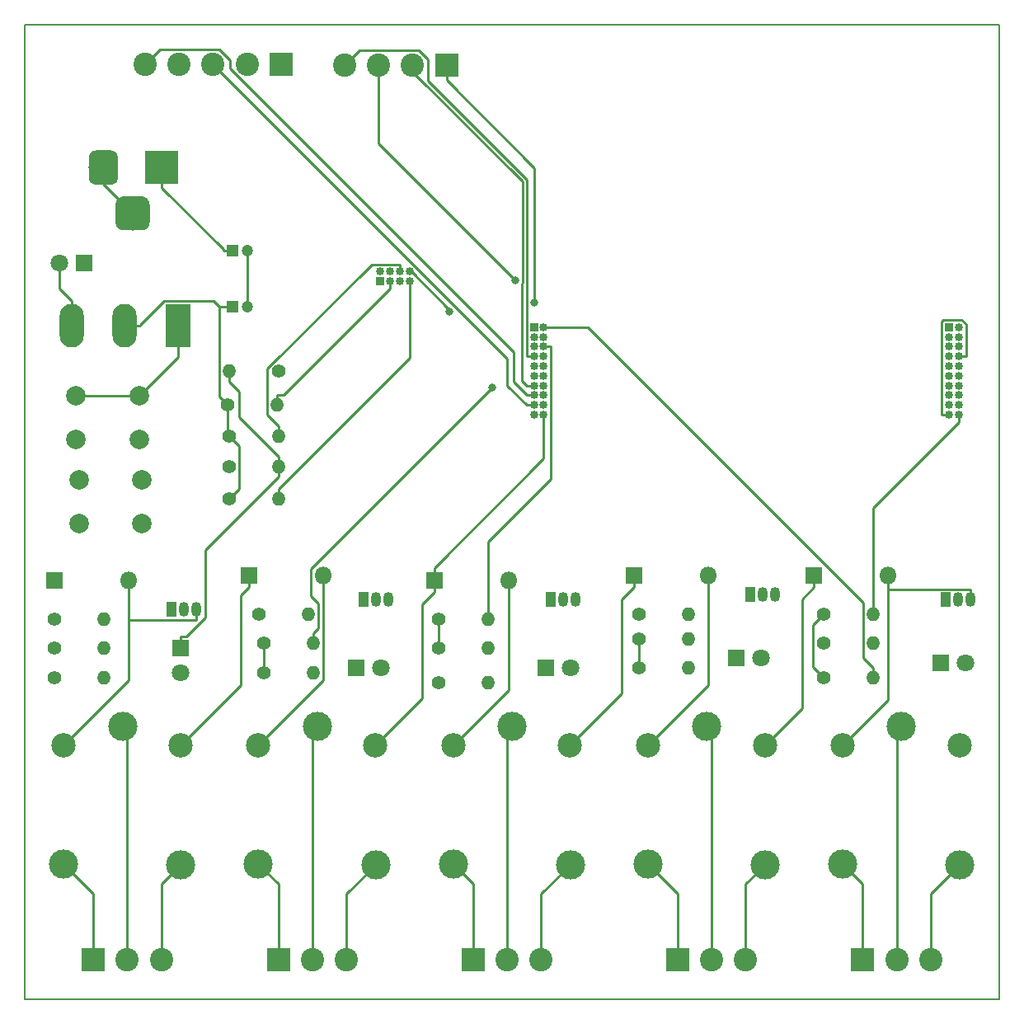
<source format=gbr>
G04 #@! TF.GenerationSoftware,KiCad,Pcbnew,5.0.2-bee76a0~70~ubuntu18.04.1*
G04 #@! TF.CreationDate,2019-05-18T20:43:57+03:00*
G04 #@! TF.ProjectId,IOT_Board,494f545f-426f-4617-9264-2e6b69636164,rev?*
G04 #@! TF.SameCoordinates,Original*
G04 #@! TF.FileFunction,Copper,L1,Top*
G04 #@! TF.FilePolarity,Positive*
%FSLAX46Y46*%
G04 Gerber Fmt 4.6, Leading zero omitted, Abs format (unit mm)*
G04 Created by KiCad (PCBNEW 5.0.2-bee76a0~70~ubuntu18.04.1) date Sat 18 May 2019 08:43:57 PM EAT*
%MOMM*%
%LPD*%
G01*
G04 APERTURE LIST*
G04 #@! TA.AperFunction,NonConductor*
%ADD10C,0.150000*%
G04 #@! TD*
G04 #@! TA.AperFunction,ComponentPad*
%ADD11R,1.200000X1.200000*%
G04 #@! TD*
G04 #@! TA.AperFunction,ComponentPad*
%ADD12C,1.200000*%
G04 #@! TD*
G04 #@! TA.AperFunction,ComponentPad*
%ADD13R,1.800000X1.800000*%
G04 #@! TD*
G04 #@! TA.AperFunction,ComponentPad*
%ADD14O,1.800000X1.800000*%
G04 #@! TD*
G04 #@! TA.AperFunction,ComponentPad*
%ADD15C,1.800000*%
G04 #@! TD*
G04 #@! TA.AperFunction,ComponentPad*
%ADD16R,3.500000X3.500000*%
G04 #@! TD*
G04 #@! TA.AperFunction,Conductor*
%ADD17C,0.100000*%
G04 #@! TD*
G04 #@! TA.AperFunction,ComponentPad*
%ADD18C,3.000000*%
G04 #@! TD*
G04 #@! TA.AperFunction,ComponentPad*
%ADD19C,3.500000*%
G04 #@! TD*
G04 #@! TA.AperFunction,ComponentPad*
%ADD20C,2.400000*%
G04 #@! TD*
G04 #@! TA.AperFunction,ComponentPad*
%ADD21R,2.400000X2.400000*%
G04 #@! TD*
G04 #@! TA.AperFunction,ComponentPad*
%ADD22R,0.850000X0.850000*%
G04 #@! TD*
G04 #@! TA.AperFunction,ComponentPad*
%ADD23O,0.850000X0.850000*%
G04 #@! TD*
G04 #@! TA.AperFunction,ComponentPad*
%ADD24O,1.050000X1.500000*%
G04 #@! TD*
G04 #@! TA.AperFunction,ComponentPad*
%ADD25R,1.050000X1.500000*%
G04 #@! TD*
G04 #@! TA.AperFunction,ComponentPad*
%ADD26O,1.400000X1.400000*%
G04 #@! TD*
G04 #@! TA.AperFunction,ComponentPad*
%ADD27C,1.400000*%
G04 #@! TD*
G04 #@! TA.AperFunction,ComponentPad*
%ADD28R,2.500000X4.500000*%
G04 #@! TD*
G04 #@! TA.AperFunction,ComponentPad*
%ADD29O,2.500000X4.500000*%
G04 #@! TD*
G04 #@! TA.AperFunction,ComponentPad*
%ADD30C,2.500000*%
G04 #@! TD*
G04 #@! TA.AperFunction,ComponentPad*
%ADD31C,2.000000*%
G04 #@! TD*
G04 #@! TA.AperFunction,ViaPad*
%ADD32C,0.800000*%
G04 #@! TD*
G04 #@! TA.AperFunction,Conductor*
%ADD33C,0.250000*%
G04 #@! TD*
G04 APERTURE END LIST*
D10*
X70000000Y-50000000D02*
X70000000Y-150000000D01*
X170000000Y-50000000D02*
X70000000Y-50000000D01*
X170000000Y-150000000D02*
X170000000Y-50000000D01*
X70000000Y-150000000D02*
X170000000Y-150000000D01*
D11*
G04 #@! TO.P,Cin1,1*
G04 #@! TO.N,/vcc5v*
X91290000Y-73170000D03*
D12*
G04 #@! TO.P,Cin1,2*
G04 #@! TO.N,GND*
X92790000Y-73170000D03*
G04 #@! TD*
G04 #@! TO.P,Cout1,2*
G04 #@! TO.N,GND*
X92790000Y-78930000D03*
D11*
G04 #@! TO.P,Cout1,1*
G04 #@! TO.N,/vcc3v3*
X91290000Y-78930000D03*
G04 #@! TD*
D13*
G04 #@! TO.P,D1,1*
G04 #@! TO.N,/vcc5v*
X73000000Y-107000000D03*
D14*
G04 #@! TO.P,D1,2*
G04 #@! TO.N,Net-(D1-Pad2)*
X80620000Y-107000000D03*
G04 #@! TD*
D13*
G04 #@! TO.P,D2,1*
G04 #@! TO.N,GND*
X86000000Y-114000000D03*
D15*
G04 #@! TO.P,D2,2*
G04 #@! TO.N,Net-(D2-Pad2)*
X86000000Y-116540000D03*
G04 #@! TD*
D13*
G04 #@! TO.P,D3,1*
G04 #@! TO.N,/vcc5v*
X93000000Y-106500000D03*
D14*
G04 #@! TO.P,D3,2*
G04 #@! TO.N,Net-(D3-Pad2)*
X100620000Y-106500000D03*
G04 #@! TD*
D15*
G04 #@! TO.P,D4,2*
G04 #@! TO.N,Net-(D4-Pad2)*
X106540000Y-116000000D03*
D13*
G04 #@! TO.P,D4,1*
G04 #@! TO.N,GND*
X104000000Y-116000000D03*
G04 #@! TD*
D15*
G04 #@! TO.P,D5,2*
G04 #@! TO.N,/vcc5v*
X73520000Y-74470000D03*
D13*
G04 #@! TO.P,D5,1*
G04 #@! TO.N,Net-(D5-Pad1)*
X76060000Y-74470000D03*
G04 #@! TD*
D14*
G04 #@! TO.P,D6,2*
G04 #@! TO.N,Net-(D6-Pad2)*
X119620000Y-107000000D03*
D13*
G04 #@! TO.P,D6,1*
G04 #@! TO.N,/vcc5v*
X112000000Y-107000000D03*
G04 #@! TD*
G04 #@! TO.P,D7,1*
G04 #@! TO.N,GND*
X123500000Y-116000000D03*
D15*
G04 #@! TO.P,D7,2*
G04 #@! TO.N,Net-(D7-Pad2)*
X126040000Y-116000000D03*
G04 #@! TD*
D14*
G04 #@! TO.P,D8,2*
G04 #@! TO.N,Net-(D8-Pad2)*
X140120000Y-106500000D03*
D13*
G04 #@! TO.P,D8,1*
G04 #@! TO.N,/vcc5v*
X132500000Y-106500000D03*
G04 #@! TD*
G04 #@! TO.P,D9,1*
G04 #@! TO.N,GND*
X143000000Y-115000000D03*
D15*
G04 #@! TO.P,D9,2*
G04 #@! TO.N,Net-(D9-Pad2)*
X145540000Y-115000000D03*
G04 #@! TD*
D13*
G04 #@! TO.P,D10,1*
G04 #@! TO.N,/vcc5v*
X151000000Y-106500000D03*
D14*
G04 #@! TO.P,D10,2*
G04 #@! TO.N,Net-(D10-Pad2)*
X158620000Y-106500000D03*
G04 #@! TD*
D15*
G04 #@! TO.P,D11,2*
G04 #@! TO.N,Net-(D11-Pad2)*
X166540000Y-115500000D03*
D13*
G04 #@! TO.P,D11,1*
G04 #@! TO.N,GND*
X164000000Y-115500000D03*
G04 #@! TD*
D16*
G04 #@! TO.P,DCjack1,1*
G04 #@! TO.N,/vcc5v*
X84040000Y-64620000D03*
D17*
G04 #@! TD*
G04 #@! TO.N,GND*
G04 #@! TO.C,DCjack1*
G36*
X78863513Y-62873611D02*
X78936318Y-62884411D01*
X79007714Y-62902295D01*
X79077013Y-62927090D01*
X79143548Y-62958559D01*
X79206678Y-62996398D01*
X79265795Y-63040242D01*
X79320330Y-63089670D01*
X79369758Y-63144205D01*
X79413602Y-63203322D01*
X79451441Y-63266452D01*
X79482910Y-63332987D01*
X79507705Y-63402286D01*
X79525589Y-63473682D01*
X79536389Y-63546487D01*
X79540000Y-63620000D01*
X79540000Y-65620000D01*
X79536389Y-65693513D01*
X79525589Y-65766318D01*
X79507705Y-65837714D01*
X79482910Y-65907013D01*
X79451441Y-65973548D01*
X79413602Y-66036678D01*
X79369758Y-66095795D01*
X79320330Y-66150330D01*
X79265795Y-66199758D01*
X79206678Y-66243602D01*
X79143548Y-66281441D01*
X79077013Y-66312910D01*
X79007714Y-66337705D01*
X78936318Y-66355589D01*
X78863513Y-66366389D01*
X78790000Y-66370000D01*
X77290000Y-66370000D01*
X77216487Y-66366389D01*
X77143682Y-66355589D01*
X77072286Y-66337705D01*
X77002987Y-66312910D01*
X76936452Y-66281441D01*
X76873322Y-66243602D01*
X76814205Y-66199758D01*
X76759670Y-66150330D01*
X76710242Y-66095795D01*
X76666398Y-66036678D01*
X76628559Y-65973548D01*
X76597090Y-65907013D01*
X76572295Y-65837714D01*
X76554411Y-65766318D01*
X76543611Y-65693513D01*
X76540000Y-65620000D01*
X76540000Y-63620000D01*
X76543611Y-63546487D01*
X76554411Y-63473682D01*
X76572295Y-63402286D01*
X76597090Y-63332987D01*
X76628559Y-63266452D01*
X76666398Y-63203322D01*
X76710242Y-63144205D01*
X76759670Y-63089670D01*
X76814205Y-63040242D01*
X76873322Y-62996398D01*
X76936452Y-62958559D01*
X77002987Y-62927090D01*
X77072286Y-62902295D01*
X77143682Y-62884411D01*
X77216487Y-62873611D01*
X77290000Y-62870000D01*
X78790000Y-62870000D01*
X78863513Y-62873611D01*
X78863513Y-62873611D01*
G37*
D18*
G04 #@! TO.P,DCjack1,2*
G04 #@! TO.N,GND*
X78040000Y-64620000D03*
D17*
G04 #@! TD*
G04 #@! TO.N,GND*
G04 #@! TO.C,DCjack1*
G36*
X82000765Y-67574213D02*
X82085704Y-67586813D01*
X82168999Y-67607677D01*
X82249848Y-67636605D01*
X82327472Y-67673319D01*
X82401124Y-67717464D01*
X82470094Y-67768616D01*
X82533718Y-67826282D01*
X82591384Y-67889906D01*
X82642536Y-67958876D01*
X82686681Y-68032528D01*
X82723395Y-68110152D01*
X82752323Y-68191001D01*
X82773187Y-68274296D01*
X82785787Y-68359235D01*
X82790000Y-68445000D01*
X82790000Y-70195000D01*
X82785787Y-70280765D01*
X82773187Y-70365704D01*
X82752323Y-70448999D01*
X82723395Y-70529848D01*
X82686681Y-70607472D01*
X82642536Y-70681124D01*
X82591384Y-70750094D01*
X82533718Y-70813718D01*
X82470094Y-70871384D01*
X82401124Y-70922536D01*
X82327472Y-70966681D01*
X82249848Y-71003395D01*
X82168999Y-71032323D01*
X82085704Y-71053187D01*
X82000765Y-71065787D01*
X81915000Y-71070000D01*
X80165000Y-71070000D01*
X80079235Y-71065787D01*
X79994296Y-71053187D01*
X79911001Y-71032323D01*
X79830152Y-71003395D01*
X79752528Y-70966681D01*
X79678876Y-70922536D01*
X79609906Y-70871384D01*
X79546282Y-70813718D01*
X79488616Y-70750094D01*
X79437464Y-70681124D01*
X79393319Y-70607472D01*
X79356605Y-70529848D01*
X79327677Y-70448999D01*
X79306813Y-70365704D01*
X79294213Y-70280765D01*
X79290000Y-70195000D01*
X79290000Y-68445000D01*
X79294213Y-68359235D01*
X79306813Y-68274296D01*
X79327677Y-68191001D01*
X79356605Y-68110152D01*
X79393319Y-68032528D01*
X79437464Y-67958876D01*
X79488616Y-67889906D01*
X79546282Y-67826282D01*
X79609906Y-67768616D01*
X79678876Y-67717464D01*
X79752528Y-67673319D01*
X79830152Y-67636605D01*
X79911001Y-67607677D01*
X79994296Y-67586813D01*
X80079235Y-67574213D01*
X80165000Y-67570000D01*
X81915000Y-67570000D01*
X82000765Y-67574213D01*
X82000765Y-67574213D01*
G37*
D19*
G04 #@! TO.P,DCjack1,3*
G04 #@! TO.N,GND*
X81040000Y-69320000D03*
G04 #@! TD*
D20*
G04 #@! TO.P,J1,3*
G04 #@! TO.N,Net-(J1-Pad3)*
X84000000Y-146000000D03*
G04 #@! TO.P,J1,2*
G04 #@! TO.N,Net-(J1-Pad2)*
X80500000Y-146000000D03*
D21*
G04 #@! TO.P,J1,1*
G04 #@! TO.N,Net-(J1-Pad1)*
X77000000Y-146000000D03*
G04 #@! TD*
G04 #@! TO.P,J2,1*
G04 #@! TO.N,Net-(J2-Pad1)*
X96000000Y-146000000D03*
D20*
G04 #@! TO.P,J2,2*
G04 #@! TO.N,Net-(J2-Pad2)*
X99500000Y-146000000D03*
G04 #@! TO.P,J2,3*
G04 #@! TO.N,Net-(J2-Pad3)*
X103000000Y-146000000D03*
G04 #@! TD*
D22*
G04 #@! TO.P,J3,1*
G04 #@! TO.N,/vcc3v3*
X122254000Y-81020700D03*
D23*
G04 #@! TO.P,J3,2*
G04 #@! TO.N,/s2*
X123254000Y-81020700D03*
G04 #@! TO.P,J3,3*
G04 #@! TO.N,/tx*
X122254000Y-82020700D03*
G04 #@! TO.P,J3,4*
G04 #@! TO.N,/rx*
X123254000Y-82020700D03*
G04 #@! TO.P,J3,5*
G04 #@! TO.N,/s3*
X122254000Y-83020700D03*
G04 #@! TO.P,J3,6*
G04 #@! TO.N,/s4*
X123254000Y-83020700D03*
G04 #@! TO.P,J3,7*
G04 #@! TO.N,/an10*
X122254000Y-84020700D03*
G04 #@! TO.P,J3,8*
G04 #@! TO.N,Net-(J3-Pad8)*
X123254000Y-84020700D03*
G04 #@! TO.P,J3,9*
G04 #@! TO.N,Net-(J3-Pad9)*
X122254000Y-85020700D03*
G04 #@! TO.P,J3,10*
G04 #@! TO.N,Net-(J3-Pad10)*
X123254000Y-85020700D03*
G04 #@! TO.P,J3,11*
G04 #@! TO.N,Net-(J3-Pad11)*
X122254000Y-86020700D03*
G04 #@! TO.P,J3,12*
G04 #@! TO.N,/an0*
X123254000Y-86020700D03*
G04 #@! TO.P,J3,13*
G04 #@! TO.N,/an1*
X122254000Y-87020700D03*
G04 #@! TO.P,J3,14*
G04 #@! TO.N,/an2*
X123254000Y-87020700D03*
G04 #@! TO.P,J3,15*
G04 #@! TO.N,/ch4*
X122254000Y-88020700D03*
G04 #@! TO.P,J3,16*
G04 #@! TO.N,/ch3*
X123254000Y-88020700D03*
G04 #@! TO.P,J3,17*
G04 #@! TO.N,/ch2*
X122254000Y-89020700D03*
G04 #@! TO.P,J3,18*
G04 #@! TO.N,/ch1*
X123254000Y-89020700D03*
G04 #@! TO.P,J3,19*
G04 #@! TO.N,GND*
X122254000Y-90020700D03*
G04 #@! TO.P,J3,20*
G04 #@! TO.N,/vcc5v*
X123254000Y-90020700D03*
G04 #@! TD*
G04 #@! TO.P,J4,20*
G04 #@! TO.N,GND*
X165864000Y-90020700D03*
G04 #@! TO.P,J4,19*
G04 #@! TO.N,/s0*
X164864000Y-90020700D03*
G04 #@! TO.P,J4,18*
G04 #@! TO.N,/s1*
X165864000Y-89020700D03*
G04 #@! TO.P,J4,17*
G04 #@! TO.N,Net-(J4-Pad17)*
X164864000Y-89020700D03*
G04 #@! TO.P,J4,16*
G04 #@! TO.N,Net-(J4-Pad16)*
X165864000Y-88020700D03*
G04 #@! TO.P,J4,15*
G04 #@! TO.N,Net-(J4-Pad15)*
X164864000Y-88020700D03*
G04 #@! TO.P,J4,14*
G04 #@! TO.N,Net-(J4-Pad14)*
X165864000Y-87020700D03*
G04 #@! TO.P,J4,13*
G04 #@! TO.N,/ch0*
X164864000Y-87020700D03*
G04 #@! TO.P,J4,12*
G04 #@! TO.N,Net-(J4-Pad12)*
X165864000Y-86020700D03*
G04 #@! TO.P,J4,11*
G04 #@! TO.N,Net-(J4-Pad11)*
X164864000Y-86020700D03*
G04 #@! TO.P,J4,10*
G04 #@! TO.N,Net-(J4-Pad10)*
X165864000Y-85020700D03*
G04 #@! TO.P,J4,9*
G04 #@! TO.N,Net-(J4-Pad9)*
X164864000Y-85020700D03*
G04 #@! TO.P,J4,8*
G04 #@! TO.N,/s0*
X165864000Y-84020700D03*
G04 #@! TO.P,J4,7*
G04 #@! TO.N,Net-(J4-Pad7)*
X164864000Y-84020700D03*
G04 #@! TO.P,J4,6*
G04 #@! TO.N,Net-(J4-Pad6)*
X165864000Y-83020700D03*
G04 #@! TO.P,J4,5*
G04 #@! TO.N,Net-(J4-Pad5)*
X164864000Y-83020700D03*
G04 #@! TO.P,J4,4*
G04 #@! TO.N,Net-(J4-Pad4)*
X165864000Y-82020700D03*
G04 #@! TO.P,J4,3*
G04 #@! TO.N,Net-(J4-Pad3)*
X164864000Y-82020700D03*
G04 #@! TO.P,J4,2*
G04 #@! TO.N,Net-(J4-Pad2)*
X165864000Y-81020700D03*
D22*
G04 #@! TO.P,J4,1*
G04 #@! TO.N,Net-(J4-Pad1)*
X164864000Y-81020700D03*
G04 #@! TD*
D20*
G04 #@! TO.P,J5,3*
G04 #@! TO.N,Net-(J5-Pad3)*
X123000000Y-146000000D03*
G04 #@! TO.P,J5,2*
G04 #@! TO.N,Net-(J5-Pad2)*
X119500000Y-146000000D03*
D21*
G04 #@! TO.P,J5,1*
G04 #@! TO.N,Net-(J5-Pad1)*
X116000000Y-146000000D03*
G04 #@! TD*
G04 #@! TO.P,J6,1*
G04 #@! TO.N,Net-(J6-Pad1)*
X137000000Y-146000000D03*
D20*
G04 #@! TO.P,J6,2*
G04 #@! TO.N,Net-(J6-Pad2)*
X140500000Y-146000000D03*
G04 #@! TO.P,J6,3*
G04 #@! TO.N,Net-(J6-Pad3)*
X144000000Y-146000000D03*
G04 #@! TD*
D21*
G04 #@! TO.P,J7,1*
G04 #@! TO.N,/ch0*
X96300000Y-54040000D03*
D20*
G04 #@! TO.P,J7,2*
G04 #@! TO.N,/ch1*
X92800000Y-54040000D03*
G04 #@! TO.P,J7,3*
G04 #@! TO.N,/ch2*
X89300000Y-54040000D03*
G04 #@! TO.P,J7,4*
G04 #@! TO.N,/ch3*
X85800000Y-54040000D03*
G04 #@! TO.P,J7,5*
G04 #@! TO.N,/ch4*
X82300000Y-54040000D03*
G04 #@! TD*
D21*
G04 #@! TO.P,J8,1*
G04 #@! TO.N,Net-(J8-Pad1)*
X156000000Y-146000000D03*
D20*
G04 #@! TO.P,J8,2*
G04 #@! TO.N,Net-(J8-Pad2)*
X159500000Y-146000000D03*
G04 #@! TO.P,J8,3*
G04 #@! TO.N,Net-(J8-Pad3)*
X163000000Y-146000000D03*
G04 #@! TD*
D21*
G04 #@! TO.P,J9,1*
G04 #@! TO.N,/an0*
X113280000Y-54140000D03*
D20*
G04 #@! TO.P,J9,2*
G04 #@! TO.N,/an1*
X109780000Y-54140000D03*
G04 #@! TO.P,J9,3*
G04 #@! TO.N,/an2*
X106280000Y-54140000D03*
G04 #@! TO.P,J9,4*
G04 #@! TO.N,/an10*
X102780000Y-54140000D03*
G04 #@! TD*
D22*
G04 #@! TO.P,J10,1*
G04 #@! TO.N,GND*
X106490000Y-76320000D03*
D23*
G04 #@! TO.P,J10,2*
G04 #@! TO.N,Net-(J10-Pad2)*
X106490000Y-75320000D03*
G04 #@! TO.P,J10,3*
G04 #@! TO.N,/io0*
X107490000Y-76320000D03*
G04 #@! TO.P,J10,4*
G04 #@! TO.N,/rx*
X107490000Y-75320000D03*
G04 #@! TO.P,J10,5*
G04 #@! TO.N,/vcc3v3*
X108490000Y-76320000D03*
G04 #@! TO.P,J10,6*
G04 #@! TO.N,/rs*
X108490000Y-75320000D03*
G04 #@! TO.P,J10,7*
G04 #@! TO.N,/en*
X109490000Y-76320000D03*
G04 #@! TO.P,J10,8*
G04 #@! TO.N,/tx*
X109490000Y-75320000D03*
G04 #@! TD*
D24*
G04 #@! TO.P,Q1,2*
G04 #@! TO.N,Net-(Q1-Pad2)*
X86270000Y-110000000D03*
G04 #@! TO.P,Q1,3*
G04 #@! TO.N,Net-(D1-Pad2)*
X87540000Y-110000000D03*
D25*
G04 #@! TO.P,Q1,1*
G04 #@! TO.N,Net-(Q1-Pad1)*
X85000000Y-110000000D03*
G04 #@! TD*
D24*
G04 #@! TO.P,Q2,2*
G04 #@! TO.N,Net-(Q2-Pad2)*
X106000000Y-109000000D03*
G04 #@! TO.P,Q2,3*
G04 #@! TO.N,Net-(D3-Pad2)*
X107270000Y-109000000D03*
D25*
G04 #@! TO.P,Q2,1*
G04 #@! TO.N,Net-(Q2-Pad1)*
X104730000Y-109000000D03*
G04 #@! TD*
G04 #@! TO.P,Q3,1*
G04 #@! TO.N,Net-(Q3-Pad1)*
X124000000Y-109000000D03*
D24*
G04 #@! TO.P,Q3,3*
G04 #@! TO.N,Net-(D6-Pad2)*
X126540000Y-109000000D03*
G04 #@! TO.P,Q3,2*
G04 #@! TO.N,Net-(Q3-Pad2)*
X125270000Y-109000000D03*
G04 #@! TD*
D25*
G04 #@! TO.P,Q4,1*
G04 #@! TO.N,Net-(Q4-Pad1)*
X144500000Y-108500000D03*
D24*
G04 #@! TO.P,Q4,3*
G04 #@! TO.N,Net-(D8-Pad2)*
X147040000Y-108500000D03*
G04 #@! TO.P,Q4,2*
G04 #@! TO.N,Net-(Q4-Pad2)*
X145770000Y-108500000D03*
G04 #@! TD*
G04 #@! TO.P,Q5,2*
G04 #@! TO.N,Net-(Q5-Pad2)*
X165770000Y-109000000D03*
G04 #@! TO.P,Q5,3*
G04 #@! TO.N,Net-(D10-Pad2)*
X167040000Y-109000000D03*
D25*
G04 #@! TO.P,Q5,1*
G04 #@! TO.N,Net-(Q5-Pad1)*
X164500000Y-109000000D03*
G04 #@! TD*
D26*
G04 #@! TO.P,R1,2*
G04 #@! TO.N,/s0*
X78080000Y-111000000D03*
D27*
G04 #@! TO.P,R1,1*
G04 #@! TO.N,Net-(Q1-Pad2)*
X73000000Y-111000000D03*
G04 #@! TD*
G04 #@! TO.P,R2,1*
G04 #@! TO.N,Net-(Q1-Pad2)*
X73000000Y-114000000D03*
D26*
G04 #@! TO.P,R2,2*
G04 #@! TO.N,GND*
X78080000Y-114000000D03*
G04 #@! TD*
G04 #@! TO.P,R3,2*
G04 #@! TO.N,/s3*
X99580000Y-113500000D03*
D27*
G04 #@! TO.P,R3,1*
G04 #@! TO.N,Net-(Q2-Pad2)*
X94500000Y-113500000D03*
G04 #@! TD*
G04 #@! TO.P,R4,1*
G04 #@! TO.N,Net-(Q2-Pad2)*
X94500000Y-116500000D03*
D26*
G04 #@! TO.P,R4,2*
G04 #@! TO.N,GND*
X99580000Y-116500000D03*
G04 #@! TD*
G04 #@! TO.P,R5,2*
G04 #@! TO.N,Net-(D2-Pad2)*
X78080000Y-117000000D03*
D27*
G04 #@! TO.P,R5,1*
G04 #@! TO.N,Net-(Q1-Pad1)*
X73000000Y-117000000D03*
G04 #@! TD*
D26*
G04 #@! TO.P,R6,2*
G04 #@! TO.N,Net-(D4-Pad2)*
X99080000Y-110500000D03*
D27*
G04 #@! TO.P,R6,1*
G04 #@! TO.N,Net-(Q2-Pad1)*
X94000000Y-110500000D03*
G04 #@! TD*
G04 #@! TO.P,R7,1*
G04 #@! TO.N,Net-(D5-Pad1)*
X96060000Y-85560000D03*
D26*
G04 #@! TO.P,R7,2*
G04 #@! TO.N,GND*
X90980000Y-85560000D03*
G04 #@! TD*
D27*
G04 #@! TO.P,R8,1*
G04 #@! TO.N,Net-(Q3-Pad2)*
X112500000Y-111000000D03*
D26*
G04 #@! TO.P,R8,2*
G04 #@! TO.N,/s4*
X117580000Y-111000000D03*
G04 #@! TD*
D27*
G04 #@! TO.P,R9,1*
G04 #@! TO.N,Net-(Q3-Pad2)*
X112500000Y-114000000D03*
D26*
G04 #@! TO.P,R9,2*
G04 #@! TO.N,GND*
X117580000Y-114000000D03*
G04 #@! TD*
G04 #@! TO.P,R10,2*
G04 #@! TO.N,/s1*
X138080000Y-113000000D03*
D27*
G04 #@! TO.P,R10,1*
G04 #@! TO.N,Net-(Q4-Pad2)*
X133000000Y-113000000D03*
G04 #@! TD*
G04 #@! TO.P,R11,1*
G04 #@! TO.N,Net-(Q4-Pad2)*
X133000000Y-116000000D03*
D26*
G04 #@! TO.P,R11,2*
G04 #@! TO.N,GND*
X138080000Y-116000000D03*
G04 #@! TD*
G04 #@! TO.P,R12,2*
G04 #@! TO.N,Net-(D7-Pad2)*
X117580000Y-117500000D03*
D27*
G04 #@! TO.P,R12,1*
G04 #@! TO.N,Net-(Q3-Pad1)*
X112500000Y-117500000D03*
G04 #@! TD*
D26*
G04 #@! TO.P,R13,2*
G04 #@! TO.N,Net-(D9-Pad2)*
X138080000Y-110500000D03*
D27*
G04 #@! TO.P,R13,1*
G04 #@! TO.N,Net-(Q4-Pad1)*
X133000000Y-110500000D03*
G04 #@! TD*
G04 #@! TO.P,R14,1*
G04 #@! TO.N,Net-(Q5-Pad2)*
X152000000Y-117000000D03*
D26*
G04 #@! TO.P,R14,2*
G04 #@! TO.N,/s2*
X157080000Y-117000000D03*
G04 #@! TD*
G04 #@! TO.P,R15,2*
G04 #@! TO.N,GND*
X157080000Y-110500000D03*
D27*
G04 #@! TO.P,R15,1*
G04 #@! TO.N,Net-(Q5-Pad2)*
X152000000Y-110500000D03*
G04 #@! TD*
G04 #@! TO.P,R16,1*
G04 #@! TO.N,Net-(Q5-Pad1)*
X152000000Y-113500000D03*
D26*
G04 #@! TO.P,R16,2*
G04 #@! TO.N,Net-(D11-Pad2)*
X157080000Y-113500000D03*
G04 #@! TD*
G04 #@! TO.P,R17,2*
G04 #@! TO.N,/io0*
X95910000Y-89020000D03*
D27*
G04 #@! TO.P,R17,1*
G04 #@! TO.N,/vcc3v3*
X90830000Y-89020000D03*
G04 #@! TD*
G04 #@! TO.P,R18,1*
G04 #@! TO.N,Net-(R18-Pad1)*
X90960000Y-95340000D03*
D26*
G04 #@! TO.P,R18,2*
G04 #@! TO.N,GND*
X96040000Y-95340000D03*
G04 #@! TD*
D27*
G04 #@! TO.P,R19,1*
G04 #@! TO.N,/vcc3v3*
X90960000Y-92180000D03*
D26*
G04 #@! TO.P,R19,2*
G04 #@! TO.N,/rs*
X96040000Y-92180000D03*
G04 #@! TD*
G04 #@! TO.P,R20,2*
G04 #@! TO.N,/en*
X96040000Y-98630000D03*
D27*
G04 #@! TO.P,R20,1*
G04 #@! TO.N,/vcc3v3*
X90960000Y-98630000D03*
G04 #@! TD*
D28*
G04 #@! TO.P,reg1,1*
G04 #@! TO.N,GND*
X85680000Y-80890000D03*
D29*
G04 #@! TO.P,reg1,2*
G04 #@! TO.N,/vcc3v3*
X80230000Y-80890000D03*
G04 #@! TO.P,reg1,3*
G04 #@! TO.N,/vcc5v*
X74780000Y-80890000D03*
G04 #@! TD*
D30*
G04 #@! TO.P,relay1,2*
G04 #@! TO.N,Net-(D1-Pad2)*
X73950000Y-123950000D03*
D18*
G04 #@! TO.P,relay1,3*
G04 #@! TO.N,Net-(J1-Pad1)*
X73950000Y-136150000D03*
G04 #@! TO.P,relay1,4*
G04 #@! TO.N,Net-(J1-Pad3)*
X86000000Y-136200000D03*
D30*
G04 #@! TO.P,relay1,5*
G04 #@! TO.N,/vcc5v*
X85950000Y-123950000D03*
D18*
G04 #@! TO.P,relay1,1*
G04 #@! TO.N,Net-(J1-Pad2)*
X80000000Y-122000000D03*
G04 #@! TD*
G04 #@! TO.P,relay2,1*
G04 #@! TO.N,Net-(J2-Pad2)*
X100000000Y-122000000D03*
D30*
G04 #@! TO.P,relay2,5*
G04 #@! TO.N,/vcc5v*
X105950000Y-123950000D03*
D18*
G04 #@! TO.P,relay2,4*
G04 #@! TO.N,Net-(J2-Pad3)*
X106000000Y-136200000D03*
G04 #@! TO.P,relay2,3*
G04 #@! TO.N,Net-(J2-Pad1)*
X93950000Y-136150000D03*
D30*
G04 #@! TO.P,relay2,2*
G04 #@! TO.N,Net-(D3-Pad2)*
X93950000Y-123950000D03*
G04 #@! TD*
D18*
G04 #@! TO.P,relay3,1*
G04 #@! TO.N,Net-(J5-Pad2)*
X120000000Y-122000000D03*
D30*
G04 #@! TO.P,relay3,5*
G04 #@! TO.N,/vcc5v*
X125950000Y-123950000D03*
D18*
G04 #@! TO.P,relay3,4*
G04 #@! TO.N,Net-(J5-Pad3)*
X126000000Y-136200000D03*
G04 #@! TO.P,relay3,3*
G04 #@! TO.N,Net-(J5-Pad1)*
X113950000Y-136150000D03*
D30*
G04 #@! TO.P,relay3,2*
G04 #@! TO.N,Net-(D6-Pad2)*
X113950000Y-123950000D03*
G04 #@! TD*
G04 #@! TO.P,relay4,2*
G04 #@! TO.N,Net-(D8-Pad2)*
X133950000Y-123950000D03*
D18*
G04 #@! TO.P,relay4,3*
G04 #@! TO.N,Net-(J6-Pad1)*
X133950000Y-136150000D03*
G04 #@! TO.P,relay4,4*
G04 #@! TO.N,Net-(J6-Pad3)*
X146000000Y-136200000D03*
D30*
G04 #@! TO.P,relay4,5*
G04 #@! TO.N,/vcc5v*
X145950000Y-123950000D03*
D18*
G04 #@! TO.P,relay4,1*
G04 #@! TO.N,Net-(J6-Pad2)*
X140000000Y-122000000D03*
G04 #@! TD*
D30*
G04 #@! TO.P,relay5,2*
G04 #@! TO.N,Net-(D10-Pad2)*
X153950000Y-123950000D03*
D18*
G04 #@! TO.P,relay5,3*
G04 #@! TO.N,Net-(J8-Pad1)*
X153950000Y-136150000D03*
G04 #@! TO.P,relay5,4*
G04 #@! TO.N,Net-(J8-Pad3)*
X166000000Y-136200000D03*
D30*
G04 #@! TO.P,relay5,5*
G04 #@! TO.N,/vcc5v*
X165950000Y-123950000D03*
D18*
G04 #@! TO.P,relay5,1*
G04 #@! TO.N,Net-(J8-Pad2)*
X160000000Y-122000000D03*
G04 #@! TD*
D31*
G04 #@! TO.P,SW1,1*
G04 #@! TO.N,Net-(R18-Pad1)*
X82020000Y-96720000D03*
G04 #@! TO.P,SW1,2*
G04 #@! TO.N,/io0*
X82020000Y-101220000D03*
G04 #@! TO.P,SW1,1*
G04 #@! TO.N,Net-(R18-Pad1)*
X75520000Y-96720000D03*
G04 #@! TO.P,SW1,2*
G04 #@! TO.N,/io0*
X75520000Y-101220000D03*
G04 #@! TD*
G04 #@! TO.P,SW2,2*
G04 #@! TO.N,/rs*
X75190000Y-92560000D03*
G04 #@! TO.P,SW2,1*
G04 #@! TO.N,GND*
X75190000Y-88060000D03*
G04 #@! TO.P,SW2,2*
G04 #@! TO.N,/rs*
X81690000Y-92560000D03*
G04 #@! TO.P,SW2,1*
G04 #@! TO.N,GND*
X81690000Y-88060000D03*
G04 #@! TD*
D32*
G04 #@! TO.N,/s3*
X117952400Y-87248400D03*
G04 #@! TO.N,/an0*
X122322200Y-78512300D03*
G04 #@! TO.N,/an2*
X120348700Y-76205600D03*
G04 #@! TO.N,/tx*
X113592300Y-79385800D03*
G04 #@! TD*
D33*
G04 #@! TO.N,/vcc5v*
X151000000Y-106500000D02*
X151000000Y-107725300D01*
X151000000Y-107725300D02*
X149774700Y-108950600D01*
X149774700Y-108950600D02*
X149774700Y-120125300D01*
X149774700Y-120125300D02*
X145950000Y-123950000D01*
X123254000Y-90020700D02*
X123254000Y-94520700D01*
X123254000Y-94520700D02*
X112000000Y-105774700D01*
X93000000Y-106500000D02*
X93000000Y-107725300D01*
X93000000Y-107725300D02*
X92134600Y-108590700D01*
X92134600Y-108590700D02*
X92134600Y-117765400D01*
X92134600Y-117765400D02*
X85950000Y-123950000D01*
X112000000Y-107000000D02*
X112000000Y-105774700D01*
X91290000Y-73170000D02*
X90364700Y-73170000D01*
X84040000Y-64620000D02*
X84040000Y-66695300D01*
X84040000Y-66695300D02*
X90364700Y-73020000D01*
X90364700Y-73020000D02*
X90364700Y-73170000D01*
X74780000Y-80890000D02*
X74780000Y-78314700D01*
X74780000Y-78314700D02*
X73520000Y-77054700D01*
X73520000Y-77054700D02*
X73520000Y-74470000D01*
X112000000Y-107000000D02*
X112000000Y-108225300D01*
X105950000Y-123950000D02*
X110774700Y-119125300D01*
X110774700Y-119125300D02*
X110774700Y-109450600D01*
X110774700Y-109450600D02*
X112000000Y-108225300D01*
X132500000Y-106500000D02*
X132500000Y-107725300D01*
X125950000Y-123950000D02*
X131274700Y-118625300D01*
X131274700Y-118625300D02*
X131274700Y-108950600D01*
X131274700Y-108950600D02*
X132500000Y-107725300D01*
G04 #@! TO.N,GND*
X96040000Y-95340000D02*
X96040000Y-94314700D01*
X90980000Y-85560000D02*
X90980000Y-86585300D01*
X90980000Y-86585300D02*
X92005300Y-87610600D01*
X92005300Y-87610600D02*
X92005300Y-90280000D01*
X92005300Y-90280000D02*
X96040000Y-94314700D01*
X86000000Y-114000000D02*
X86000000Y-112774700D01*
X96040000Y-95340000D02*
X96040000Y-96365300D01*
X96040000Y-96365300D02*
X88474300Y-103931000D01*
X88474300Y-103931000D02*
X88474300Y-110836500D01*
X88474300Y-110836500D02*
X86536100Y-112774700D01*
X86536100Y-112774700D02*
X86000000Y-112774700D01*
X81690000Y-88060000D02*
X75190000Y-88060000D01*
X85680000Y-80890000D02*
X85680000Y-84070000D01*
X85680000Y-84070000D02*
X81690000Y-88060000D01*
X165864000Y-90020700D02*
X165864000Y-90771000D01*
X157080000Y-110500000D02*
X157080000Y-99555000D01*
X157080000Y-99555000D02*
X165864000Y-90771000D01*
X92790000Y-73170000D02*
X92790000Y-78930000D01*
X81040000Y-69320000D02*
X78040000Y-66320000D01*
X78040000Y-66320000D02*
X78040000Y-64620000D01*
G04 #@! TO.N,/vcc3v3*
X89951300Y-78930000D02*
X89951300Y-88141300D01*
X89951300Y-88141300D02*
X90830000Y-89020000D01*
X81805300Y-80890000D02*
X81805300Y-80791500D01*
X81805300Y-80791500D02*
X84308900Y-78287900D01*
X84308900Y-78287900D02*
X89309200Y-78287900D01*
X89309200Y-78287900D02*
X89951300Y-78930000D01*
X89951300Y-78930000D02*
X90364700Y-78930000D01*
X91290000Y-78930000D02*
X90364700Y-78930000D01*
X80230000Y-80890000D02*
X81805300Y-80890000D01*
X90960000Y-92180000D02*
X91986300Y-93206300D01*
X91986300Y-93206300D02*
X91986300Y-97603700D01*
X91986300Y-97603700D02*
X90960000Y-98630000D01*
X90830000Y-89020000D02*
X90830000Y-92050000D01*
X90830000Y-92050000D02*
X90960000Y-92180000D01*
G04 #@! TO.N,Net-(D3-Pad2)*
X93950000Y-123950000D02*
X100620000Y-117280000D01*
X100620000Y-117280000D02*
X100620000Y-106500000D01*
G04 #@! TO.N,Net-(D6-Pad2)*
X113950000Y-123950000D02*
X119620000Y-118280000D01*
X119620000Y-118280000D02*
X119620000Y-107000000D01*
G04 #@! TO.N,Net-(D8-Pad2)*
X133950000Y-123950000D02*
X140120000Y-117780000D01*
X140120000Y-117780000D02*
X140120000Y-106500000D01*
G04 #@! TO.N,Net-(D10-Pad2)*
X158620000Y-107924700D02*
X158620000Y-106500000D01*
X153950000Y-123950000D02*
X158620000Y-119280000D01*
X158620000Y-119280000D02*
X158620000Y-107924700D01*
X158620000Y-107924700D02*
X167040000Y-107924700D01*
X167040000Y-109000000D02*
X167040000Y-107924700D01*
G04 #@! TO.N,/s2*
X157080000Y-117000000D02*
X157080000Y-115974700D01*
X157080000Y-115974700D02*
X156054700Y-114949400D01*
X156054700Y-114949400D02*
X156054700Y-109292500D01*
X156054700Y-109292500D02*
X127782900Y-81020700D01*
X127782900Y-81020700D02*
X123254000Y-81020700D01*
G04 #@! TO.N,/s3*
X99580000Y-113500000D02*
X99580000Y-112474700D01*
X99580000Y-112474700D02*
X100107900Y-111946800D01*
X100107900Y-111946800D02*
X100107900Y-109370700D01*
X100107900Y-109370700D02*
X99379400Y-108642200D01*
X99379400Y-108642200D02*
X99379400Y-105821400D01*
X99379400Y-105821400D02*
X117952400Y-87248400D01*
G04 #@! TO.N,/s4*
X123254000Y-83020700D02*
X124004300Y-83020700D01*
X117580000Y-111000000D02*
X117580000Y-103056700D01*
X117580000Y-103056700D02*
X124004300Y-96632400D01*
X124004300Y-96632400D02*
X124004300Y-83020700D01*
G04 #@! TO.N,/an10*
X121503700Y-84020700D02*
X121503700Y-76713300D01*
X121503700Y-76713300D02*
X121524300Y-76692700D01*
X121524300Y-76692700D02*
X121524300Y-65884200D01*
X121524300Y-65884200D02*
X111353400Y-55713300D01*
X111353400Y-55713300D02*
X111353400Y-53538600D01*
X111353400Y-53538600D02*
X110429400Y-52614600D01*
X110429400Y-52614600D02*
X104305400Y-52614600D01*
X104305400Y-52614600D02*
X102780000Y-54140000D01*
X122254000Y-84020700D02*
X121503700Y-84020700D01*
G04 #@! TO.N,/an0*
X113280000Y-55665300D02*
X122322200Y-64707500D01*
X122322200Y-64707500D02*
X122322200Y-78512300D01*
X113280000Y-54140000D02*
X113280000Y-55665300D01*
G04 #@! TO.N,/an1*
X121503700Y-87020700D02*
X121053400Y-86570400D01*
X121053400Y-86570400D02*
X121053400Y-76526700D01*
X121053400Y-76526700D02*
X121074000Y-76506100D01*
X121074000Y-76506100D02*
X121074000Y-66070800D01*
X121074000Y-66070800D02*
X109780000Y-54776800D01*
X109780000Y-54776800D02*
X109780000Y-54140000D01*
X122254000Y-87020700D02*
X121503700Y-87020700D01*
G04 #@! TO.N,/an2*
X106280000Y-54140000D02*
X106280000Y-62136900D01*
X106280000Y-62136900D02*
X120348700Y-76205600D01*
G04 #@! TO.N,/ch4*
X122254000Y-88020700D02*
X121503700Y-88020700D01*
X82300000Y-54040000D02*
X83850000Y-52490000D01*
X83850000Y-52490000D02*
X89928600Y-52490000D01*
X89928600Y-52490000D02*
X91053200Y-53614600D01*
X91053200Y-53614600D02*
X91053200Y-54466000D01*
X91053200Y-54466000D02*
X120149200Y-83562000D01*
X120149200Y-83562000D02*
X120149200Y-86666200D01*
X120149200Y-86666200D02*
X121503700Y-88020700D01*
G04 #@! TO.N,/ch2*
X122254000Y-89020700D02*
X121503700Y-89020700D01*
X89300000Y-54040000D02*
X119490100Y-84230100D01*
X119490100Y-84230100D02*
X119490100Y-87007100D01*
X119490100Y-87007100D02*
X121503700Y-89020700D01*
G04 #@! TO.N,/s0*
X165864000Y-84020700D02*
X166614300Y-84020700D01*
X164864000Y-90020700D02*
X164113700Y-90020700D01*
X164113700Y-90020700D02*
X164113700Y-80442500D01*
X164113700Y-80442500D02*
X164301900Y-80254300D01*
X164301900Y-80254300D02*
X166164100Y-80254300D01*
X166164100Y-80254300D02*
X166614300Y-80704500D01*
X166614300Y-80704500D02*
X166614300Y-84020700D01*
G04 #@! TO.N,/tx*
X109490000Y-75320000D02*
X109630600Y-75320000D01*
X109630600Y-75320000D02*
X113592300Y-79281700D01*
X113592300Y-79281700D02*
X113592300Y-79385800D01*
G04 #@! TO.N,/io0*
X107490000Y-76320000D02*
X107490000Y-77070300D01*
X95910000Y-89020000D02*
X95910000Y-87994700D01*
X95910000Y-87994700D02*
X96565600Y-87994700D01*
X96565600Y-87994700D02*
X107490000Y-77070300D01*
G04 #@! TO.N,/rs*
X108490000Y-75320000D02*
X108490000Y-74569700D01*
X96040000Y-92180000D02*
X96040000Y-91154700D01*
X96040000Y-91154700D02*
X94871800Y-89986500D01*
X94871800Y-89986500D02*
X94871800Y-85294800D01*
X94871800Y-85294800D02*
X105596900Y-74569700D01*
X105596900Y-74569700D02*
X108490000Y-74569700D01*
G04 #@! TO.N,/en*
X96040000Y-98630000D02*
X96040000Y-97604700D01*
X96040000Y-97604700D02*
X109490000Y-84154700D01*
X109490000Y-84154700D02*
X109490000Y-76320000D01*
G04 #@! TO.N,Net-(J8-Pad1)*
X153950000Y-136150000D02*
X156000000Y-138200000D01*
X156000000Y-138200000D02*
X156000000Y-146000000D01*
G04 #@! TO.N,Net-(J8-Pad2)*
X160000000Y-122000000D02*
X159500000Y-122500000D01*
X159500000Y-122500000D02*
X159500000Y-146000000D01*
G04 #@! TO.N,Net-(J8-Pad3)*
X166000000Y-136200000D02*
X163000000Y-139200000D01*
X163000000Y-139200000D02*
X163000000Y-146000000D01*
G04 #@! TO.N,Net-(Q2-Pad2)*
X94500000Y-116500000D02*
X94500000Y-113500000D01*
G04 #@! TO.N,Net-(Q3-Pad2)*
X112500000Y-114000000D02*
X112500000Y-111000000D01*
G04 #@! TO.N,Net-(Q4-Pad2)*
X133000000Y-116000000D02*
X133000000Y-113000000D01*
G04 #@! TO.N,Net-(Q5-Pad2)*
X152000000Y-117000000D02*
X150927900Y-115927900D01*
X150927900Y-115927900D02*
X150927900Y-111572100D01*
X150927900Y-111572100D02*
X152000000Y-110500000D01*
G04 #@! TO.N,Net-(D1-Pad2)*
X80620000Y-111075300D02*
X80620000Y-107000000D01*
X73950000Y-123950000D02*
X80620000Y-117280000D01*
X80620000Y-117280000D02*
X80620000Y-111075300D01*
X80620000Y-111075300D02*
X87540000Y-111075300D01*
X87540000Y-110000000D02*
X87540000Y-111075300D01*
G04 #@! TO.N,Net-(J1-Pad1)*
X73950000Y-136150000D02*
X77000000Y-139200000D01*
X77000000Y-139200000D02*
X77000000Y-146000000D01*
G04 #@! TO.N,Net-(J1-Pad2)*
X80000000Y-122000000D02*
X80500000Y-122500000D01*
X80500000Y-122500000D02*
X80500000Y-146000000D01*
G04 #@! TO.N,Net-(J1-Pad3)*
X86000000Y-136200000D02*
X84000000Y-138200000D01*
X84000000Y-138200000D02*
X84000000Y-146000000D01*
G04 #@! TO.N,Net-(J2-Pad3)*
X106000000Y-136200000D02*
X103000000Y-139200000D01*
X103000000Y-139200000D02*
X103000000Y-146000000D01*
G04 #@! TO.N,Net-(J2-Pad2)*
X100000000Y-122000000D02*
X99500000Y-122500000D01*
X99500000Y-122500000D02*
X99500000Y-146000000D01*
G04 #@! TO.N,Net-(J2-Pad1)*
X93950000Y-136150000D02*
X96000000Y-138200000D01*
X96000000Y-138200000D02*
X96000000Y-146000000D01*
G04 #@! TO.N,Net-(J5-Pad3)*
X126000000Y-136200000D02*
X123000000Y-139200000D01*
X123000000Y-139200000D02*
X123000000Y-146000000D01*
G04 #@! TO.N,Net-(J5-Pad2)*
X120000000Y-122000000D02*
X119500000Y-122500000D01*
X119500000Y-122500000D02*
X119500000Y-146000000D01*
G04 #@! TO.N,Net-(J5-Pad1)*
X113950000Y-136150000D02*
X116000000Y-138200000D01*
X116000000Y-138200000D02*
X116000000Y-146000000D01*
G04 #@! TO.N,Net-(J6-Pad1)*
X133950000Y-136150000D02*
X137000000Y-139200000D01*
X137000000Y-139200000D02*
X137000000Y-146000000D01*
G04 #@! TO.N,Net-(J6-Pad2)*
X140000000Y-122000000D02*
X140500000Y-122500000D01*
X140500000Y-122500000D02*
X140500000Y-146000000D01*
G04 #@! TO.N,Net-(J6-Pad3)*
X146000000Y-136200000D02*
X144000000Y-138200000D01*
X144000000Y-138200000D02*
X144000000Y-146000000D01*
G04 #@! TD*
M02*

</source>
